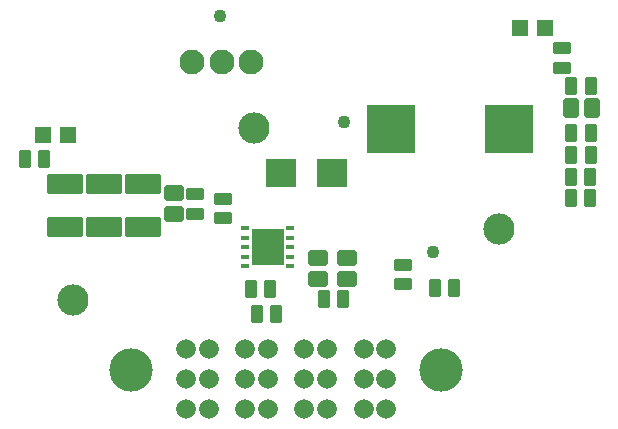
<source format=gts>
G04*
G04 #@! TF.GenerationSoftware,Altium Limited,Altium Designer,23.5.1 (21)*
G04*
G04 Layer_Color=8388736*
%FSLAX25Y25*%
%MOIN*%
G70*
G04*
G04 #@! TF.SameCoordinates,86227DCE-1063-40F1-909C-4B7B8863FCA1*
G04*
G04*
G04 #@! TF.FilePolarity,Negative*
G04*
G01*
G75*
G04:AMPARAMS|DCode=14|XSize=59.12mil|YSize=39.43mil|CornerRadius=4.66mil|HoleSize=0mil|Usage=FLASHONLY|Rotation=270.000|XOffset=0mil|YOffset=0mil|HoleType=Round|Shape=RoundedRectangle|*
%AMROUNDEDRECTD14*
21,1,0.05912,0.03012,0,0,270.0*
21,1,0.04980,0.03943,0,0,270.0*
1,1,0.00932,-0.01506,-0.02490*
1,1,0.00932,-0.01506,0.02490*
1,1,0.00932,0.01506,0.02490*
1,1,0.00932,0.01506,-0.02490*
%
%ADD14ROUNDEDRECTD14*%
G04:AMPARAMS|DCode=15|XSize=53.21mil|YSize=66.99mil|CornerRadius=6.92mil|HoleSize=0mil|Usage=FLASHONLY|Rotation=270.000|XOffset=0mil|YOffset=0mil|HoleType=Round|Shape=RoundedRectangle|*
%AMROUNDEDRECTD15*
21,1,0.05321,0.05315,0,0,270.0*
21,1,0.03937,0.06699,0,0,270.0*
1,1,0.01384,-0.02657,-0.01968*
1,1,0.01384,-0.02657,0.01968*
1,1,0.01384,0.02657,0.01968*
1,1,0.01384,0.02657,-0.01968*
%
%ADD15ROUNDEDRECTD15*%
G04:AMPARAMS|DCode=16|XSize=66.99mil|YSize=122.11mil|CornerRadius=6.72mil|HoleSize=0mil|Usage=FLASHONLY|Rotation=270.000|XOffset=0mil|YOffset=0mil|HoleType=Round|Shape=RoundedRectangle|*
%AMROUNDEDRECTD16*
21,1,0.06699,0.10866,0,0,270.0*
21,1,0.05354,0.12211,0,0,270.0*
1,1,0.01345,-0.05433,-0.02677*
1,1,0.01345,-0.05433,0.02677*
1,1,0.01345,0.05433,0.02677*
1,1,0.01345,0.05433,-0.02677*
%
%ADD16ROUNDEDRECTD16*%
G04:AMPARAMS|DCode=17|XSize=59.12mil|YSize=39.43mil|CornerRadius=4.66mil|HoleSize=0mil|Usage=FLASHONLY|Rotation=180.000|XOffset=0mil|YOffset=0mil|HoleType=Round|Shape=RoundedRectangle|*
%AMROUNDEDRECTD17*
21,1,0.05912,0.03012,0,0,180.0*
21,1,0.04980,0.03943,0,0,180.0*
1,1,0.00932,-0.02490,0.01506*
1,1,0.00932,0.02490,0.01506*
1,1,0.00932,0.02490,-0.01506*
1,1,0.00932,-0.02490,-0.01506*
%
%ADD17ROUNDEDRECTD17*%
G04:AMPARAMS|DCode=18|XSize=55.18mil|YSize=55.18mil|CornerRadius=7.12mil|HoleSize=0mil|Usage=FLASHONLY|Rotation=180.000|XOffset=0mil|YOffset=0mil|HoleType=Round|Shape=RoundedRectangle|*
%AMROUNDEDRECTD18*
21,1,0.05518,0.04095,0,0,180.0*
21,1,0.04095,0.05518,0,0,180.0*
1,1,0.01424,-0.02047,0.02047*
1,1,0.01424,0.02047,0.02047*
1,1,0.01424,0.02047,-0.02047*
1,1,0.01424,-0.02047,-0.02047*
%
%ADD18ROUNDEDRECTD18*%
%ADD19R,0.16148X0.16148*%
%ADD20R,0.10243X0.09455*%
%ADD21R,0.02762X0.01581*%
%ADD22R,0.10636X0.12211*%
%ADD23C,0.04337*%
G04:AMPARAMS|DCode=24|XSize=53.21mil|YSize=66.99mil|CornerRadius=6.92mil|HoleSize=0mil|Usage=FLASHONLY|Rotation=180.000|XOffset=0mil|YOffset=0mil|HoleType=Round|Shape=RoundedRectangle|*
%AMROUNDEDRECTD24*
21,1,0.05321,0.05315,0,0,180.0*
21,1,0.03937,0.06699,0,0,180.0*
1,1,0.01384,-0.01968,0.02657*
1,1,0.01384,0.01968,0.02657*
1,1,0.01384,0.01968,-0.02657*
1,1,0.01384,-0.01968,-0.02657*
%
%ADD24ROUNDEDRECTD24*%
%ADD25C,0.06542*%
%ADD26C,0.14416*%
%ADD27C,0.10400*%
%ADD28C,0.08274*%
%ADD29C,0.03200*%
D14*
X134411Y-168173D02*
D03*
X127915D02*
D03*
X210352Y-127500D02*
D03*
X216848D02*
D03*
X28252Y-121400D02*
D03*
X34748D02*
D03*
X105652Y-173000D02*
D03*
X112148D02*
D03*
X216948Y-120100D02*
D03*
X210452D02*
D03*
X216848Y-134500D02*
D03*
X210352D02*
D03*
X165000Y-164300D02*
D03*
X171496D02*
D03*
X217008Y-112812D02*
D03*
X210512D02*
D03*
X210452Y-96900D02*
D03*
X216948D02*
D03*
X103552Y-164800D02*
D03*
X110048D02*
D03*
D15*
X126153Y-154263D02*
D03*
Y-161311D02*
D03*
X135553Y-154263D02*
D03*
Y-161311D02*
D03*
X78100Y-139724D02*
D03*
Y-132676D02*
D03*
D16*
X41600Y-143987D02*
D03*
Y-129813D02*
D03*
X67600Y-143987D02*
D03*
Y-129813D02*
D03*
X54600Y-143987D02*
D03*
Y-129813D02*
D03*
D17*
X207500Y-90948D02*
D03*
Y-84452D02*
D03*
X85100Y-133152D02*
D03*
Y-139648D02*
D03*
X94328Y-141189D02*
D03*
Y-134693D02*
D03*
X154200Y-163096D02*
D03*
Y-156600D02*
D03*
D18*
X42534Y-113500D02*
D03*
X34266D02*
D03*
X193300Y-77700D02*
D03*
X201568D02*
D03*
D19*
X150430Y-111400D02*
D03*
X189800D02*
D03*
D20*
X130565Y-125900D02*
D03*
X113635D02*
D03*
D21*
X116680Y-144501D02*
D03*
X101720D02*
D03*
Y-147650D02*
D03*
Y-150800D02*
D03*
Y-153950D02*
D03*
Y-157099D02*
D03*
X116680Y-147650D02*
D03*
Y-150800D02*
D03*
Y-153950D02*
D03*
Y-157099D02*
D03*
D22*
X109200Y-150800D02*
D03*
D23*
X134600Y-109100D02*
D03*
X164200Y-152300D02*
D03*
X93300Y-73800D02*
D03*
D24*
X217424Y-104500D02*
D03*
X210376D02*
D03*
D25*
X101828Y-184700D02*
D03*
X109230D02*
D03*
X101828Y-194700D02*
D03*
X109230D02*
D03*
X101828Y-204700D02*
D03*
X109230D02*
D03*
X121513Y-184700D02*
D03*
X128915D02*
D03*
X121513Y-194700D02*
D03*
X128915D02*
D03*
X121513Y-204700D02*
D03*
X128915D02*
D03*
X141198Y-184700D02*
D03*
X148600D02*
D03*
X141198Y-194700D02*
D03*
X148600D02*
D03*
X141198Y-204700D02*
D03*
X148600D02*
D03*
X82143Y-184700D02*
D03*
X89545D02*
D03*
X82143Y-194700D02*
D03*
X89545D02*
D03*
X82143Y-204700D02*
D03*
X89545D02*
D03*
D26*
X63639Y-191708D02*
D03*
X167104D02*
D03*
D27*
X44300Y-168500D02*
D03*
X186300Y-144600D02*
D03*
X104700Y-110900D02*
D03*
D28*
X103800Y-89000D02*
D03*
X93958D02*
D03*
X84115D02*
D03*
D29*
X106641Y-146800D02*
D03*
X111531D02*
D03*
X106641Y-150800D02*
D03*
X111531D02*
D03*
X106641Y-154800D02*
D03*
X111531D02*
D03*
M02*

</source>
